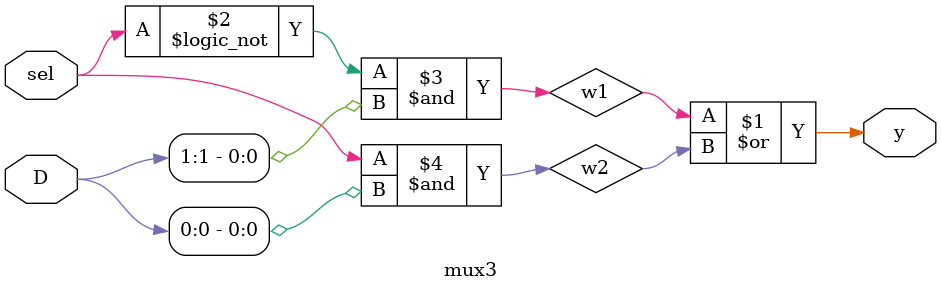
<source format=v>
module mux3(
    input [1:0] D,
    input sel, 
    output y 
);

wire w1,w2;

or I1(y,w1,w2);
and I2(w1, !sel, D[1]);
and I3(w2, sel, D[0]);

endmodule
</source>
